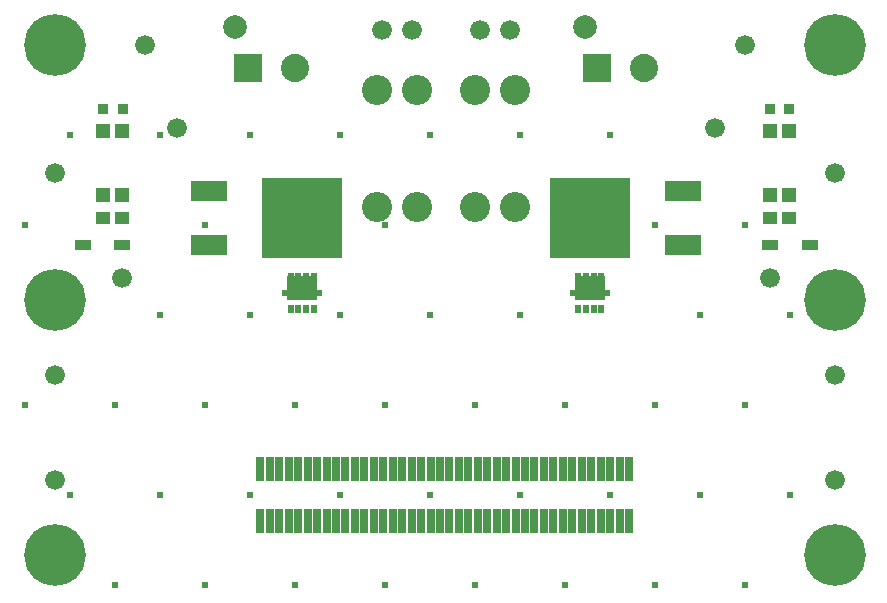
<source format=gts>
G04*
G04 #@! TF.GenerationSoftware,Altium Limited,Altium Designer,24.2.2 (26)*
G04*
G04 Layer_Color=8388736*
%FSLAX44Y44*%
%MOMM*%
G71*
G04*
G04 #@! TF.SameCoordinates,D0D0D645-F3CD-4B60-A7FA-FB90DE8E9CDF*
G04*
G04*
G04 #@! TF.FilePolarity,Negative*
G04*
G01*
G75*
%ADD24R,0.6500X2.1500*%
%ADD25R,6.8500X6.8500*%
%ADD26R,3.1500X1.7500*%
%ADD27R,0.5000X0.6500*%
%ADD28R,0.5300X0.5800*%
%ADD29R,2.6000X2.1300*%
%ADD30R,0.5500X0.4500*%
%ADD31R,1.1500X1.1000*%
%ADD32R,1.2000X1.1500*%
%ADD33R,1.3600X0.8800*%
%ADD34R,0.9500X0.9500*%
%ADD35C,2.5500*%
%ADD36C,1.6740*%
%ADD37C,2.0100*%
%ADD38R,2.3900X2.3900*%
%ADD39C,2.3900*%
%ADD40C,5.2300*%
%ADD41C,0.6072*%
D24*
X-156000Y-251050D02*
D03*
Y-295050D02*
D03*
X-148000Y-251050D02*
D03*
Y-295050D02*
D03*
X-140000Y-251050D02*
D03*
Y-295050D02*
D03*
X-132000Y-251050D02*
D03*
Y-295050D02*
D03*
X-124000Y-251050D02*
D03*
Y-295050D02*
D03*
X-116000Y-251050D02*
D03*
Y-295050D02*
D03*
X-108000Y-251050D02*
D03*
Y-295050D02*
D03*
X-100000Y-251050D02*
D03*
Y-295050D02*
D03*
X-92000Y-251050D02*
D03*
Y-295050D02*
D03*
X-84000Y-251050D02*
D03*
Y-295050D02*
D03*
X-76000Y-251050D02*
D03*
Y-295050D02*
D03*
X-68000Y-251050D02*
D03*
Y-295050D02*
D03*
X-60000Y-251050D02*
D03*
Y-295050D02*
D03*
X-52000Y-251050D02*
D03*
Y-295050D02*
D03*
X-44000Y-251050D02*
D03*
Y-295050D02*
D03*
X-36000Y-251050D02*
D03*
Y-295050D02*
D03*
X-28000Y-251050D02*
D03*
Y-295050D02*
D03*
X-20000Y-251050D02*
D03*
Y-295050D02*
D03*
X-12000Y-251050D02*
D03*
Y-295050D02*
D03*
X-4000Y-251050D02*
D03*
Y-295050D02*
D03*
X4000Y-251050D02*
D03*
Y-295050D02*
D03*
X12000Y-251050D02*
D03*
Y-295050D02*
D03*
X20000Y-251050D02*
D03*
Y-295050D02*
D03*
X28000Y-251050D02*
D03*
Y-295050D02*
D03*
X36000Y-251050D02*
D03*
Y-295050D02*
D03*
X44000Y-251050D02*
D03*
Y-295050D02*
D03*
X52000Y-251050D02*
D03*
Y-295050D02*
D03*
X60000Y-251050D02*
D03*
Y-295050D02*
D03*
X68000Y-251050D02*
D03*
Y-295050D02*
D03*
X76000Y-251050D02*
D03*
Y-295050D02*
D03*
X84000Y-251050D02*
D03*
Y-295050D02*
D03*
X92000Y-251050D02*
D03*
Y-295050D02*
D03*
X100000Y-251050D02*
D03*
Y-295050D02*
D03*
X108000Y-251050D02*
D03*
Y-295050D02*
D03*
X116000Y-251050D02*
D03*
Y-295050D02*
D03*
X124000Y-251050D02*
D03*
Y-295050D02*
D03*
X132000Y-251050D02*
D03*
Y-295050D02*
D03*
X140000Y-251050D02*
D03*
Y-295050D02*
D03*
X148000Y-251050D02*
D03*
Y-295050D02*
D03*
X156000Y-251050D02*
D03*
Y-295050D02*
D03*
D25*
X-120650Y-38100D02*
D03*
X122900D02*
D03*
D26*
X-199150Y-60960D02*
D03*
Y-15240D02*
D03*
X201400Y-15240D02*
D03*
Y-60960D02*
D03*
D27*
X119650Y-115600D02*
D03*
X126150D02*
D03*
X113150D02*
D03*
X132650D02*
D03*
X-123900D02*
D03*
X-117400D02*
D03*
X-130400D02*
D03*
X-110900D02*
D03*
D28*
X108750Y-101600D02*
D03*
X137050D02*
D03*
X-134800D02*
D03*
X-106500D02*
D03*
D29*
X122900Y-98000D02*
D03*
X-120650D02*
D03*
D30*
X119650Y-86600D02*
D03*
X113150D02*
D03*
X126150D02*
D03*
X132650D02*
D03*
X-123900Y-86600D02*
D03*
X-130400D02*
D03*
X-117400D02*
D03*
X-110900D02*
D03*
D31*
X291300Y-38100D02*
D03*
X275300D02*
D03*
X-289050D02*
D03*
X-273050D02*
D03*
D32*
X291300Y-19050D02*
D03*
X275300D02*
D03*
X-289050D02*
D03*
X-273050D02*
D03*
X-273300Y34925D02*
D03*
X-289300D02*
D03*
X275300Y35200D02*
D03*
X291300D02*
D03*
D33*
X308900Y-60960D02*
D03*
X275300D02*
D03*
X-306650D02*
D03*
X-273050D02*
D03*
D34*
X-272800Y53975D02*
D03*
X-289300D02*
D03*
X275300D02*
D03*
X291800D02*
D03*
D35*
X59400Y69850D02*
D03*
X25400D02*
D03*
X59400Y-29350D02*
D03*
X25400D02*
D03*
X-57150D02*
D03*
X-23150Y-29350D02*
D03*
X-57150Y69850D02*
D03*
X-23150Y69850D02*
D03*
D36*
X-273050Y-88900D02*
D03*
X275300D02*
D03*
X29700Y120650D02*
D03*
X55100D02*
D03*
X-52850Y120650D02*
D03*
X-27450D02*
D03*
X228600Y38100D02*
D03*
X-226350D02*
D03*
X254000Y107950D02*
D03*
X-254000D02*
D03*
X-330200Y-260350D02*
D03*
X330200Y0D02*
D03*
X-330200D02*
D03*
Y-171450D02*
D03*
X330200Y-260350D02*
D03*
Y-171450D02*
D03*
D37*
X118450Y122900D02*
D03*
X-177400D02*
D03*
D38*
X129250Y88900D02*
D03*
X-166600D02*
D03*
D39*
X168850D02*
D03*
X-127000D02*
D03*
D40*
X330200Y107950D02*
D03*
X-330200D02*
D03*
Y-107950D02*
D03*
Y-323850D02*
D03*
X330200D02*
D03*
Y-107950D02*
D03*
D41*
X254000Y-44450D02*
D03*
X292100Y-120650D02*
D03*
X254000Y-196850D02*
D03*
X292100Y-273050D02*
D03*
X254000Y-349250D02*
D03*
X177800Y-44450D02*
D03*
X215900Y-120650D02*
D03*
X177800Y-196850D02*
D03*
X215900Y-273050D02*
D03*
X177800Y-349250D02*
D03*
X139700Y31750D02*
D03*
X101600Y-196850D02*
D03*
X139700Y-273050D02*
D03*
X101600Y-349250D02*
D03*
X63500Y31750D02*
D03*
Y-120650D02*
D03*
X25400Y-196850D02*
D03*
X63500Y-273050D02*
D03*
X25400Y-349250D02*
D03*
X-12700Y31750D02*
D03*
X-50800Y-44450D02*
D03*
X-12700Y-120650D02*
D03*
X-50800Y-196850D02*
D03*
X-12700Y-273050D02*
D03*
X-50800Y-349250D02*
D03*
X-88900Y31750D02*
D03*
Y-120650D02*
D03*
X-127000Y-196850D02*
D03*
X-88900Y-273050D02*
D03*
X-127000Y-349250D02*
D03*
X-165100Y31750D02*
D03*
X-203200Y-44450D02*
D03*
X-165100Y-120650D02*
D03*
X-203200Y-196850D02*
D03*
X-165100Y-273050D02*
D03*
X-203200Y-349250D02*
D03*
X-241300Y31750D02*
D03*
Y-120650D02*
D03*
X-279400Y-196850D02*
D03*
X-241300Y-273050D02*
D03*
X-279400Y-349250D02*
D03*
X-317500Y31750D02*
D03*
X-355600Y-44450D02*
D03*
Y-196850D02*
D03*
X-317500Y-273050D02*
D03*
M02*

</source>
